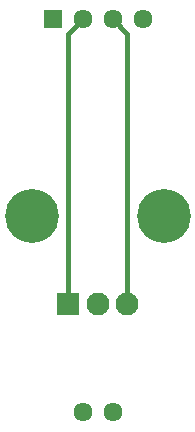
<source format=gbl>
G04*
G04 #@! TF.GenerationSoftware,Altium Limited,Altium Designer,25.8.1 (18)*
G04*
G04 Layer_Physical_Order=2*
G04 Layer_Color=16711680*
%FSLAX44Y44*%
%MOMM*%
G71*
G04*
G04 #@! TF.SameCoordinates,17EE5B44-E4A8-4C47-BB28-8E3532D48F90*
G04*
G04*
G04 #@! TF.FilePolarity,Positive*
G04*
G01*
G75*
%ADD23C,1.6096*%
%ADD29C,0.3810*%
%ADD30C,1.9500*%
%ADD31R,1.9500X1.9500*%
%ADD32R,1.6096X1.6096*%
%ADD33C,4.5620*%
D23*
X269240Y26670D02*
D03*
X243840Y359410D02*
D03*
X294640D02*
D03*
X243840Y26670D02*
D03*
X269240Y359410D02*
D03*
D29*
X231540Y347110D02*
X243840Y359410D01*
X231540Y118110D02*
Y347110D01*
X269240Y359410D02*
X281540Y347110D01*
Y118110D02*
Y347110D01*
D30*
X256540Y118110D02*
D03*
X281540D02*
D03*
D31*
X231540D02*
D03*
D32*
X218440Y359410D02*
D03*
D33*
X200540Y193110D02*
D03*
X312540D02*
D03*
M02*

</source>
